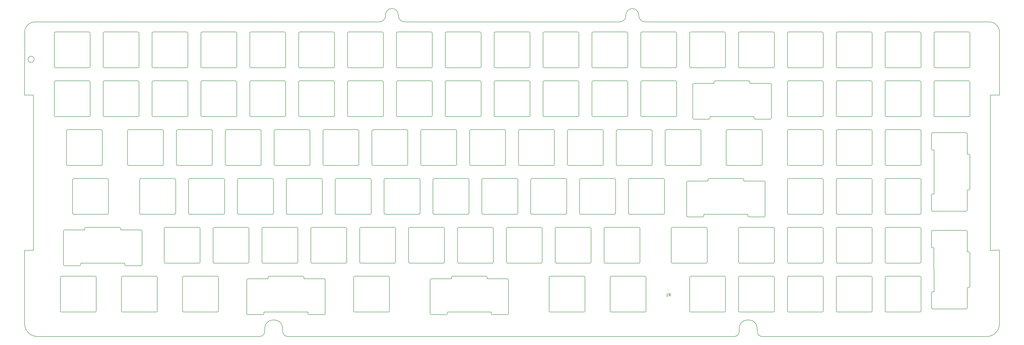
<source format=gbr>
G04 #@! TF.GenerationSoftware,KiCad,Pcbnew,(5.1.6)-1*
G04 #@! TF.CreationDate,2020-08-12T13:21:58-07:00*
G04 #@! TF.ProjectId,Plate,506c6174-652e-46b6-9963-61645f706362,rev?*
G04 #@! TF.SameCoordinates,Original*
G04 #@! TF.FileFunction,Legend,Bot*
G04 #@! TF.FilePolarity,Positive*
%FSLAX46Y46*%
G04 Gerber Fmt 4.6, Leading zero omitted, Abs format (unit mm)*
G04 Created by KiCad (PCBNEW (5.1.6)-1) date 2020-08-12 13:21:58*
%MOMM*%
%LPD*%
G01*
G04 APERTURE LIST*
G04 #@! TA.AperFunction,Profile*
%ADD10C,0.200000*%
G04 #@! TD*
%ADD11C,0.120000*%
%ADD12C,0.150000*%
G04 APERTURE END LIST*
D10*
X264000000Y-63200000D02*
X398100000Y-63200000D01*
X261499999Y-60499999D02*
X261500000Y-60700000D01*
X256500000Y-60750000D02*
X256490223Y-60500010D01*
X170300000Y-63200000D02*
X254000000Y-63250000D01*
X167799999Y-60499999D02*
X167800000Y-60700000D01*
X162800000Y-60750000D02*
X162790259Y-60499847D01*
X26162000Y-63246000D02*
X160300000Y-63250000D01*
X264000000Y-63200000D02*
G75*
G02*
X261500000Y-60700000I0J2500000D01*
G01*
X256500000Y-60750000D02*
G75*
G02*
X254000000Y-63250000I-2500000J0D01*
G01*
X170300000Y-63200000D02*
G75*
G02*
X167800000Y-60700000I0J2500000D01*
G01*
X162800000Y-60750000D02*
G75*
G02*
X160300000Y-63250000I-2500000J0D01*
G01*
X256490223Y-60500010D02*
G75*
G02*
X261499999Y-60499999I2504888J2189D01*
G01*
X162790259Y-60499847D02*
G75*
G02*
X167799999Y-60499999I2504870J2026D01*
G01*
X402095110Y-91751363D02*
X402100000Y-67200000D01*
X398100000Y-63200000D02*
G75*
G02*
X402100000Y-67200000I0J-4000000D01*
G01*
X22162000Y-67246000D02*
X22145123Y-91753523D01*
X22162000Y-67246000D02*
G75*
G02*
X26162000Y-63246000I4000000J0D01*
G01*
X351970123Y-119222812D02*
X338970117Y-119222760D01*
X66220123Y-81122812D02*
X53220077Y-81122830D01*
X148470077Y-81122830D02*
X161470123Y-81122812D01*
X167520123Y-67122812D02*
X180520142Y-67122803D01*
X47670123Y-86672812D02*
X47670117Y-99672846D01*
X114345123Y-105722812D02*
X114345117Y-118722822D01*
X272295129Y-119222772D02*
X285295123Y-119222812D01*
X119895104Y-119222809D02*
X132895123Y-119222812D01*
X296107629Y-119222772D02*
X309107623Y-119222812D01*
X338970128Y-138272809D02*
X351970123Y-138272812D01*
X358020117Y-138272858D02*
X371020123Y-138272812D01*
X371520102Y-137772843D02*
G75*
G02*
X371020123Y-138272812I-499974J5D01*
G01*
X115713911Y-182897788D02*
G75*
G02*
X122713873Y-182897812I3499981J-12D01*
G01*
X115713869Y-182897810D02*
X115713869Y-183897812D01*
X122713876Y-182897810D02*
X122713876Y-183897812D01*
X115713874Y-183897821D02*
G75*
G02*
X113713873Y-185897812I-1999996J5D01*
G01*
X124713871Y-185897818D02*
G75*
G02*
X122713873Y-183897812I4J2000002D01*
G01*
X300670111Y-183897840D02*
G75*
G02*
X298670123Y-185897812I-1999980J8D01*
G01*
X300670115Y-182897810D02*
X300670115Y-183897812D01*
X300670135Y-182897788D02*
G75*
G02*
X307670123Y-182897812I3499994J-12D01*
G01*
X309670108Y-185897837D02*
G75*
G02*
X307670123Y-183897812I20J2000005D01*
G01*
X307670114Y-182897810D02*
X307670114Y-183897812D01*
X402095115Y-180897786D02*
G75*
G02*
X397095123Y-185897812I-5000009J-17D01*
G01*
X27145137Y-185897808D02*
G75*
G02*
X22145123Y-180897812I-9J5000005D01*
G01*
X124713871Y-185897818D02*
X298670123Y-185897812D01*
X397095123Y-185897812D02*
X309670108Y-185897837D01*
X27145137Y-185897808D02*
X113713873Y-185897812D01*
X352470114Y-137772795D02*
G75*
G02*
X351970123Y-138272812I-500004J-13D01*
G01*
X285795175Y-118721946D02*
G75*
G02*
X285295123Y-119222812I-500022J-843D01*
G01*
X163851380Y-162372821D02*
G75*
G02*
X164351373Y-162872812I1J-499992D01*
G01*
X108700876Y-163872812D02*
X108700876Y-176872809D01*
X150351373Y-162872810D02*
X150351373Y-175872814D01*
X150351364Y-162872805D02*
G75*
G02*
X150851373Y-162372812I500001J-8D01*
G01*
X115450882Y-176872825D02*
G75*
G02*
X114950873Y-177372812I-499998J11D01*
G01*
X133076873Y-177372786D02*
G75*
G02*
X132576873Y-176872812I-13J499987D01*
G01*
X139326875Y-176872809D02*
X139326875Y-163872812D01*
X117513870Y-176372815D02*
X130513874Y-176372815D01*
X109200870Y-177372810D02*
X114950870Y-177372810D01*
X138826875Y-163372816D02*
G75*
G02*
X139326873Y-163872812I1J-499997D01*
G01*
X164351371Y-175872814D02*
X164351371Y-162872810D01*
X109200866Y-177372809D02*
G75*
G02*
X108700873Y-176872812I2J499995D01*
G01*
X114950870Y-163372811D02*
X109200870Y-163372811D01*
X108700882Y-163872793D02*
G75*
G02*
X109200873Y-163372812I499986J-5D01*
G01*
X133076874Y-177372810D02*
X138826874Y-177372810D01*
X163851378Y-162372809D02*
X150851374Y-162372809D01*
X138826874Y-163372811D02*
X133076874Y-163372811D01*
X139326889Y-176872802D02*
G75*
G02*
X138826873Y-177372812I-500013J3D01*
G01*
X164351394Y-175872807D02*
G75*
G02*
X163851373Y-176372812I-500013J8D01*
G01*
X130513886Y-162372827D02*
G75*
G02*
X131013873Y-162872812I1J-499986D01*
G01*
X130513874Y-162372809D02*
X117513870Y-162372809D01*
X117013870Y-162872811D02*
G75*
G02*
X117513873Y-162372812I500001J-2D01*
G01*
X84176360Y-176372803D02*
G75*
G02*
X83676373Y-175872812I2J499989D01*
G01*
X59076374Y-143322814D02*
X46076373Y-143322814D01*
X45576366Y-143822801D02*
G75*
G02*
X46076373Y-143322812I499998J-9D01*
G01*
X77032623Y-157322813D02*
X90032623Y-157322813D01*
X61639373Y-158322815D02*
X67389374Y-158322815D01*
X95582614Y-143822799D02*
G75*
G02*
X96082623Y-143322812I499998J-11D01*
G01*
X61639353Y-158322820D02*
G75*
G02*
X61139373Y-157822812I14J499994D01*
G01*
X67389385Y-144322820D02*
G75*
G02*
X67889373Y-144822812I-2J-499990D01*
G01*
X357520163Y-124772812D02*
G75*
G02*
X358020123Y-124272812I499980J20D01*
G01*
X37263370Y-144822805D02*
G75*
G02*
X37763373Y-144322812I499998J-5D01*
G01*
X59076382Y-143322817D02*
G75*
G02*
X59576373Y-143822812I-2J-499993D01*
G01*
X37763373Y-158322815D02*
X43513373Y-158322815D01*
X95582624Y-143822815D02*
X95582624Y-156822812D01*
X371520129Y-137772810D02*
X371520129Y-124772813D01*
X351970134Y-124272812D02*
X338970122Y-124272812D01*
X90532624Y-156822812D02*
X90532624Y-143822815D01*
X338470129Y-124772813D02*
X338470129Y-137772810D01*
X76532619Y-143822804D02*
G75*
G02*
X77032623Y-143322812I499998J-6D01*
G01*
X67889369Y-157822836D02*
G75*
G02*
X67389373Y-158322812I-499986J10D01*
G01*
X37263373Y-144822810D02*
X37263373Y-157822814D01*
X43513373Y-144322809D02*
X37763373Y-144322809D01*
X76532622Y-143822815D02*
X76532622Y-156822812D01*
X358020117Y-138272858D02*
G75*
G02*
X357520123Y-137772812I26J500020D01*
G01*
X90032635Y-143322820D02*
G75*
G02*
X90532623Y-143822812I-2J-499990D01*
G01*
X371020148Y-124272797D02*
G75*
G02*
X371520123Y-124772812I-20J-499995D01*
G01*
X338970128Y-138272809D02*
G75*
G02*
X338470123Y-137772812I-4J500001D01*
G01*
X67389374Y-144322809D02*
X61639373Y-144322809D01*
X319920141Y-138272822D02*
G75*
G02*
X319420123Y-137772812I-4J500014D01*
G01*
X90532619Y-156822836D02*
G75*
G02*
X90032623Y-157322812I-499986J10D01*
G01*
X67889375Y-157822814D02*
X67889375Y-144822810D01*
X37763354Y-158322821D02*
G75*
G02*
X37263373Y-157822812I14J499995D01*
G01*
X352470127Y-137772810D02*
X352470127Y-124772813D01*
X357520131Y-124772813D02*
X357520131Y-137772810D01*
X77032603Y-157322820D02*
G75*
G02*
X76532623Y-156822812I14J499994D01*
G01*
X338470114Y-124772823D02*
G75*
G02*
X338970123Y-124272812I500010J1D01*
G01*
X351970100Y-124272809D02*
G75*
G02*
X352470123Y-124772812I10J-500013D01*
G01*
X319920120Y-138272811D02*
X332920132Y-138272811D01*
X371020136Y-124272812D02*
X358020124Y-124272812D01*
X333420126Y-137772807D02*
G75*
G02*
X332920123Y-138272812I-500004J-1D01*
G01*
X109082622Y-143322814D02*
X96082625Y-143322814D01*
X90032623Y-143322814D02*
X77032623Y-143322814D01*
X44013370Y-157822837D02*
G75*
G02*
X43513373Y-158322812I-499986J11D01*
G01*
X46076373Y-157322813D02*
X59076374Y-157322813D01*
X252745127Y-105722738D02*
G75*
G02*
X253245123Y-105222812I499961J-35D01*
G01*
X266245173Y-105222784D02*
G75*
G02*
X266745123Y-105722812I-39J-499989D01*
G01*
X247695139Y-118722844D02*
G75*
G02*
X247195123Y-119222812I-499992J24D01*
G01*
X233695139Y-105722750D02*
G75*
G02*
X234195123Y-105222812I499961J-23D01*
G01*
X228645151Y-118722856D02*
G75*
G02*
X228145123Y-119222812I-499992J36D01*
G01*
X209095164Y-105222775D02*
G75*
G02*
X209595123Y-105722812I-39J-499998D01*
G01*
X190545124Y-118722811D02*
X190545124Y-105722811D01*
X253245080Y-119222785D02*
G75*
G02*
X252745123Y-118722812I8J499965D01*
G01*
X247695116Y-118722811D02*
X247695116Y-105722811D01*
X295607614Y-105722787D02*
G75*
G02*
X296107623Y-105222812I499992J-17D01*
G01*
X266245124Y-105222810D02*
X253245128Y-105222810D01*
X247195186Y-105222797D02*
G75*
G02*
X247695123Y-105722812I-39J-499976D01*
G01*
X247195122Y-105222810D02*
X234195126Y-105222810D01*
X309107661Y-105222834D02*
G75*
G02*
X309607623Y-105722812I-8J-499970D01*
G01*
X215145123Y-119222812D02*
X228145120Y-119222812D01*
X295607624Y-105722811D02*
X295607624Y-118722811D01*
X309607675Y-118721946D02*
G75*
G02*
X309107623Y-119222812I-500022J-843D01*
G01*
X252745119Y-105722811D02*
X252745119Y-118722811D01*
X228145198Y-105222809D02*
G75*
G02*
X228645123Y-105722812I-39J-499964D01*
G01*
X209595126Y-118722811D02*
X209595126Y-105722811D01*
X272295129Y-119222772D02*
G75*
G02*
X271795123Y-118722812I-23J499983D01*
G01*
X285295161Y-105222834D02*
G75*
G02*
X285795123Y-105722812I-8J-499970D01*
G01*
X234195092Y-119222797D02*
G75*
G02*
X233695123Y-118722812I8J499977D01*
G01*
X215145104Y-119222809D02*
G75*
G02*
X214645123Y-118722812I8J499989D01*
G01*
X196095121Y-119222812D02*
X209095118Y-119222812D01*
X271795114Y-105722787D02*
G75*
G02*
X272295123Y-105222812I499992J-17D01*
G01*
X214645130Y-105722811D02*
X214645130Y-118722811D01*
X209095118Y-105222810D02*
X196095121Y-105222810D01*
X233695117Y-105722811D02*
X233695117Y-118722811D01*
X285295126Y-105222810D02*
X272295130Y-105222810D01*
X177045113Y-119222818D02*
G75*
G02*
X176545123Y-118722812I8J499998D01*
G01*
X209595117Y-118722822D02*
G75*
G02*
X209095123Y-119222812I-499992J2D01*
G01*
X309607622Y-118722811D02*
X309607622Y-105722811D01*
X266745118Y-118722811D02*
X266745118Y-105722811D01*
X214645151Y-105722762D02*
G75*
G02*
X215145123Y-105222812I499961J-11D01*
G01*
X271795121Y-105722811D02*
X271795121Y-118722811D01*
X196095101Y-119222806D02*
G75*
G02*
X195595123Y-118722812I8J499986D01*
G01*
X228645128Y-118722811D02*
X228645128Y-105722811D01*
X195595148Y-105722759D02*
G75*
G02*
X196095123Y-105222812I499961J-14D01*
G01*
X195595128Y-105722811D02*
X195595128Y-118722811D01*
X177045119Y-119222812D02*
X190045116Y-119222812D01*
X190545129Y-118722834D02*
G75*
G02*
X190045123Y-119222812I-499992J14D01*
G01*
X190045176Y-105222787D02*
G75*
G02*
X190545123Y-105722812I-39J-499986D01*
G01*
X190045116Y-105222810D02*
X177045119Y-105222810D01*
X176545160Y-105722771D02*
G75*
G02*
X177045123Y-105222812I499961J-2D01*
G01*
X176545126Y-105722811D02*
X176545126Y-118722811D01*
X157995110Y-119222815D02*
G75*
G02*
X157495123Y-118722812I8J499995D01*
G01*
X296107629Y-119222772D02*
G75*
G02*
X295607623Y-118722812I-23J499983D01*
G01*
X285795120Y-118722811D02*
X285795120Y-105722811D01*
X157995117Y-119222812D02*
X170995129Y-119222812D01*
X266745126Y-118722831D02*
G75*
G02*
X266245123Y-119222812I-499992J11D01*
G01*
X171495126Y-118722831D02*
G75*
G02*
X170995123Y-119222812I-499992J11D01*
G01*
X228145120Y-105222810D02*
X215145123Y-105222810D01*
X309107629Y-105222810D02*
X296107617Y-105222810D01*
X234195126Y-119222812D02*
X247195122Y-119222812D01*
X253245128Y-119222812D02*
X266245124Y-119222812D01*
X38932603Y-119222808D02*
G75*
G02*
X38432623Y-118722812I8J499988D01*
G01*
X38932623Y-119222812D02*
X51932623Y-119222812D01*
X52432634Y-118722839D02*
G75*
G02*
X51932623Y-119222812I-499992J19D01*
G01*
X138445122Y-105722811D02*
X138445122Y-118722811D01*
X113845164Y-105222775D02*
G75*
G02*
X114345123Y-105722812I-39J-499998D01*
G01*
X113845122Y-105222810D02*
X100845126Y-105222810D01*
X81795124Y-119222812D02*
X94795120Y-119222812D01*
X152445123Y-118722828D02*
G75*
G02*
X151945123Y-119222812I-499992J8D01*
G01*
X170995173Y-105222784D02*
G75*
G02*
X171495123Y-105722812I-39J-499989D01*
G01*
X157495157Y-105722768D02*
G75*
G02*
X157995123Y-105222812I499961J-5D01*
G01*
X151945127Y-105222810D02*
X138945123Y-105222810D01*
X152445120Y-118722811D02*
X152445120Y-105722811D01*
X114345117Y-118722822D02*
G75*
G02*
X113845123Y-119222812I-499992J2D01*
G01*
X151945170Y-105222781D02*
G75*
G02*
X152445123Y-105722812I-39J-499992D01*
G01*
X100345148Y-105722759D02*
G75*
G02*
X100845123Y-105222812I499961J-14D01*
G01*
X100345125Y-105722811D02*
X100345125Y-118722811D01*
X94795176Y-105222787D02*
G75*
G02*
X95295123Y-105722812I-39J-499986D01*
G01*
X62745122Y-119222812D02*
X75745122Y-119222812D01*
X75745181Y-105222792D02*
G75*
G02*
X76245123Y-105722812I-39J-499981D01*
G01*
X133395120Y-118722825D02*
G75*
G02*
X132895123Y-119222812I-499992J5D01*
G01*
X75745122Y-105222810D02*
X62745122Y-105222810D01*
X138945123Y-119222812D02*
X151945127Y-119222812D01*
X170995129Y-105222810D02*
X157995117Y-105222810D01*
X132895124Y-105222810D02*
X119895120Y-105222810D01*
X95295129Y-118722834D02*
G75*
G02*
X94795123Y-119222812I-499992J14D01*
G01*
X62245122Y-105722811D02*
X62245122Y-118722811D01*
X62245150Y-105722761D02*
G75*
G02*
X62745123Y-105222812I499961J-12D01*
G01*
X171495122Y-118722811D02*
X171495122Y-105722811D01*
X157495124Y-105722811D02*
X157495124Y-118722811D01*
X95295121Y-118722811D02*
X95295121Y-105722811D01*
X132895167Y-105222778D02*
G75*
G02*
X133395123Y-105722812I-39J-499995D01*
G01*
X76245134Y-118722839D02*
G75*
G02*
X75745123Y-119222812I-499992J19D01*
G01*
X81295123Y-105722811D02*
X81295123Y-118722811D01*
X138945107Y-119222812D02*
G75*
G02*
X138445123Y-118722812I8J499992D01*
G01*
X100845101Y-119222806D02*
G75*
G02*
X100345123Y-118722812I8J499986D01*
G01*
X119895104Y-119222809D02*
G75*
G02*
X119395123Y-118722812I8J499989D01*
G01*
X81795098Y-119222803D02*
G75*
G02*
X81295123Y-118722812I8J499983D01*
G01*
X94795120Y-105222810D02*
X81795124Y-105222810D01*
X62745103Y-119222808D02*
G75*
G02*
X62245123Y-118722812I8J499988D01*
G01*
X76245123Y-118722811D02*
X76245123Y-105722811D01*
X133395125Y-118722811D02*
X133395125Y-105722811D01*
X119395119Y-105722811D02*
X119395119Y-118722811D01*
X119395151Y-105722762D02*
G75*
G02*
X119895123Y-105222812I499961J-11D01*
G01*
X100845126Y-119222812D02*
X113845122Y-119222812D01*
X138445154Y-105722765D02*
G75*
G02*
X138945123Y-105222812I499961J-8D01*
G01*
X81295145Y-105722756D02*
G75*
G02*
X81795123Y-105222812I499961J-17D01*
G01*
X282532123Y-87672811D02*
X282532123Y-100672811D01*
X338970104Y-100172773D02*
G75*
G02*
X338470123Y-99672812I-10J499971D01*
G01*
X38432623Y-105722811D02*
X38432623Y-118722811D01*
X38432650Y-105722761D02*
G75*
G02*
X38932623Y-105222812I499961J-12D01*
G01*
X288782117Y-87172812D02*
X283032117Y-87172812D01*
X313158122Y-100672811D02*
X313158122Y-87672811D01*
X304345136Y-86172833D02*
G75*
G02*
X304845123Y-86672812I4J-499983D01*
G01*
X262770129Y-100172810D02*
X275770125Y-100172810D01*
X377070080Y-100172809D02*
G75*
G02*
X376570123Y-99672812I20J499977D01*
G01*
X319420127Y-86672811D02*
X319420127Y-99672813D01*
X351970134Y-86172812D02*
X338970122Y-86172812D01*
X376570126Y-86672763D02*
G75*
G02*
X377070123Y-86172812I499974J-23D01*
G01*
X371020136Y-86172812D02*
X358020124Y-86172812D01*
X357520138Y-86672775D02*
G75*
G02*
X358020123Y-86172812I499974J-11D01*
G01*
X282532102Y-87672799D02*
G75*
G02*
X283032123Y-87172812I500004J-17D01*
G01*
X312658185Y-87172822D02*
G75*
G02*
X313158123Y-87672812I-26J-499964D01*
G01*
X352470127Y-99672813D02*
X352470127Y-86672811D01*
X390070138Y-86172812D02*
X377070126Y-86172812D01*
X338470090Y-86672787D02*
G75*
G02*
X338970123Y-86172812I500004J-29D01*
G01*
X338970122Y-100172810D02*
X351970134Y-100172810D01*
X319920116Y-100172785D02*
G75*
G02*
X319420123Y-99672812I-10J499983D01*
G01*
X390070173Y-86172810D02*
G75*
G02*
X390570123Y-86672812I-26J-499976D01*
G01*
X377070126Y-100172810D02*
X390070138Y-100172810D01*
X390570127Y-99672856D02*
G75*
G02*
X390070123Y-100172812I-499980J24D01*
G01*
X371520139Y-99672868D02*
G75*
G02*
X371020123Y-100172812I-499980J36D01*
G01*
X319920120Y-100172810D02*
X332920132Y-100172810D01*
X338470129Y-86672811D02*
X338470129Y-99672813D01*
X333420125Y-99672813D02*
X333420125Y-86672811D01*
X306908093Y-101172822D02*
G75*
G02*
X306408123Y-100672812I20J499990D01*
G01*
X306908128Y-101172812D02*
X312658129Y-101172812D01*
X312658129Y-87172812D02*
X306908128Y-87172812D01*
X332920132Y-86172812D02*
X319920120Y-86172812D01*
X291345117Y-100172810D02*
X304345128Y-100172810D01*
X290845090Y-86672787D02*
G75*
G02*
X291345123Y-86172812I500004J-29D01*
G01*
X358020092Y-100172821D02*
G75*
G02*
X357520123Y-99672812I20J499989D01*
G01*
X376570133Y-86672811D02*
X376570133Y-99672813D01*
X51932623Y-105222810D02*
X38932623Y-105222810D01*
X52432624Y-118722811D02*
X52432624Y-105722811D01*
X51932681Y-105222792D02*
G75*
G02*
X52432623Y-105722812I-39J-499981D01*
G01*
X371520129Y-99672813D02*
X371520129Y-86672811D01*
X390570131Y-99672813D02*
X390570131Y-86672811D01*
X358020124Y-100172810D02*
X371020136Y-100172810D01*
X371020185Y-86172822D02*
G75*
G02*
X371520123Y-86672812I-26J-499964D01*
G01*
X352470150Y-99672819D02*
G75*
G02*
X351970123Y-100172812I-500010J17D01*
G01*
X332920149Y-86172846D02*
G75*
G02*
X333420123Y-86672812I4J-499970D01*
G01*
X319420102Y-86672799D02*
G75*
G02*
X319920123Y-86172812I500004J-17D01*
G01*
X289282162Y-100672831D02*
G75*
G02*
X288782123Y-101172812I-500010J29D01*
G01*
X304345128Y-86172812D02*
X291345117Y-86172812D01*
X262770092Y-100172821D02*
G75*
G02*
X262270123Y-99672812I20J499989D01*
G01*
X276270139Y-99672868D02*
G75*
G02*
X275770123Y-100172812I-499980J36D01*
G01*
X276270119Y-99672813D02*
X276270119Y-86672811D01*
X275770185Y-86172822D02*
G75*
G02*
X276270123Y-86672812I-26J-499964D01*
G01*
X275770125Y-86172812D02*
X262770129Y-86172812D01*
X262270138Y-86672775D02*
G75*
G02*
X262770123Y-86172812I499974J-11D01*
G01*
X262270120Y-86672811D02*
X262270120Y-99672813D01*
X357520131Y-86672811D02*
X357520131Y-99672813D01*
X333420163Y-99672832D02*
G75*
G02*
X332920123Y-100172812I-500010J30D01*
G01*
X243720127Y-100172810D02*
X256720123Y-100172810D01*
X283032117Y-101172812D02*
X288782117Y-101172812D01*
X243720104Y-100172773D02*
G75*
G02*
X243220123Y-99672812I-10J499971D01*
G01*
X257220150Y-99672819D02*
G75*
G02*
X256720123Y-100172812I-500010J17D01*
G01*
X351970136Y-86172833D02*
G75*
G02*
X352470123Y-86672812I4J-499983D01*
G01*
X313158139Y-100672868D02*
G75*
G02*
X312658123Y-101172812I-499980J36D01*
G01*
X283032116Y-101172785D02*
G75*
G02*
X282532123Y-100672812I-10J499983D01*
G01*
X205620122Y-100172810D02*
X218620119Y-100172810D01*
X257220117Y-99672813D02*
X257220117Y-86672811D01*
X186070127Y-86672811D02*
X186070127Y-99672813D01*
X181020108Y-99672837D02*
G75*
G02*
X180520123Y-100172812I-499980J5D01*
G01*
X199570117Y-86172812D02*
X186570120Y-86172812D01*
X238170163Y-99672832D02*
G75*
G02*
X237670123Y-100172812I-500010J30D01*
G01*
X147970135Y-86672772D02*
G75*
G02*
X148470123Y-86172812I499974J-14D01*
G01*
X205120144Y-86672781D02*
G75*
G02*
X205620123Y-86172812I499974J-5D01*
G01*
X167020138Y-86672775D02*
G75*
G02*
X167520123Y-86172812I499974J-11D01*
G01*
X243220118Y-86672811D02*
X243220118Y-99672813D01*
X218620130Y-86172827D02*
G75*
G02*
X219120123Y-86672812I4J-499989D01*
G01*
X205120129Y-86672811D02*
X205120129Y-99672813D01*
X142920117Y-99672846D02*
G75*
G02*
X142420123Y-100172812I-499980J14D01*
G01*
X180520130Y-86172812D02*
X167520118Y-86172812D01*
X219120144Y-99672813D02*
G75*
G02*
X218620123Y-100172812I-500010J11D01*
G01*
X218620119Y-86172812D02*
X205620122Y-86172812D01*
X199570157Y-86172794D02*
G75*
G02*
X200070123Y-86672812I-26J-499992D01*
G01*
X129420101Y-100172830D02*
G75*
G02*
X128920123Y-99672812I20J499998D01*
G01*
X142920126Y-99672813D02*
X142920126Y-86672811D01*
X224670116Y-100172785D02*
G75*
G02*
X224170123Y-99672812I-10J499983D01*
G01*
X186570095Y-100172824D02*
G75*
G02*
X186070123Y-99672812I20J499992D01*
G01*
X129420121Y-100172810D02*
X142420125Y-100172810D01*
X237670149Y-86172846D02*
G75*
G02*
X238170123Y-86672812I4J-499970D01*
G01*
X128920120Y-86672811D02*
X128920120Y-99672813D01*
X110370127Y-100172810D02*
X123370123Y-100172810D01*
X224170116Y-86672811D02*
X224170116Y-99672813D01*
X123870114Y-99672843D02*
G75*
G02*
X123370123Y-100172812I-499980J11D01*
G01*
X161470151Y-86172788D02*
G75*
G02*
X161970123Y-86672812I-26J-499998D01*
G01*
X123370160Y-86172797D02*
G75*
G02*
X123870123Y-86672812I-26J-499989D01*
G01*
X256720136Y-86172833D02*
G75*
G02*
X257220123Y-86672812I4J-499983D01*
G01*
X128920147Y-86672784D02*
G75*
G02*
X129420123Y-86172812I499974J-2D01*
G01*
X205620098Y-100172827D02*
G75*
G02*
X205120123Y-99672812I20J499995D01*
G01*
X167520118Y-100172810D02*
X180520130Y-100172810D01*
X237670121Y-86172812D02*
X224670125Y-86172812D01*
X200070125Y-99672813D02*
X200070125Y-86672811D01*
X161470128Y-86172812D02*
X148470124Y-86172812D01*
X142420163Y-86172800D02*
G75*
G02*
X142920123Y-86672812I-26J-499986D01*
G01*
X200070111Y-99672840D02*
G75*
G02*
X199570123Y-100172812I-499980J8D01*
G01*
X110370098Y-100172827D02*
G75*
G02*
X109870123Y-99672812I20J499995D01*
G01*
X123870124Y-99672813D02*
X123870124Y-86672811D01*
X123370123Y-86172812D02*
X110370127Y-86172812D01*
X238170130Y-99672813D02*
X238170130Y-86672811D01*
X186070141Y-86672778D02*
G75*
G02*
X186570123Y-86172812I499974J-8D01*
G01*
X161970105Y-99672834D02*
G75*
G02*
X161470123Y-100172812I-499980J2D01*
G01*
X142420125Y-86172812D02*
X129420121Y-86172812D01*
X109870144Y-86672781D02*
G75*
G02*
X110370123Y-86172812I499974J-5D01*
G01*
X109870126Y-86672811D02*
X109870126Y-99672813D01*
X91320095Y-100172824D02*
G75*
G02*
X90820123Y-99672812I20J499992D01*
G01*
X91320125Y-100172810D02*
X104320121Y-100172810D01*
X224670125Y-100172810D02*
X237670121Y-100172810D01*
X104820111Y-99672840D02*
G75*
G02*
X104320123Y-100172812I-499980J8D01*
G01*
X104820122Y-99672813D02*
X104820122Y-86672811D01*
X256720123Y-86172812D02*
X243720127Y-86172812D01*
X186570120Y-100172810D02*
X199570117Y-100172810D01*
X180520154Y-86172791D02*
G75*
G02*
X181020123Y-86672812I-26J-499995D01*
G01*
X167020125Y-86672811D02*
X167020125Y-99672813D01*
X148470124Y-100172810D02*
X161470128Y-100172810D01*
X161970121Y-99672813D02*
X161970121Y-86672811D01*
X243220090Y-86672787D02*
G75*
G02*
X243720123Y-86172812I500004J-29D01*
G01*
X167520092Y-100172821D02*
G75*
G02*
X167020123Y-99672812I20J499989D01*
G01*
X224170102Y-86672799D02*
G75*
G02*
X224670123Y-86172812I500004J-17D01*
G01*
X148470089Y-100172818D02*
G75*
G02*
X147970123Y-99672812I20J499986D01*
G01*
X181020123Y-99672813D02*
X181020123Y-86672811D01*
X219120127Y-99672813D02*
X219120127Y-86672811D01*
X85270162Y-86172799D02*
G75*
G02*
X85770123Y-86672812I-26J-499987D01*
G01*
X357520126Y-67622787D02*
G75*
G02*
X358020123Y-67122812I499986J-11D01*
G01*
X52720135Y-86672772D02*
G75*
G02*
X53220123Y-86172812I499974J-14D01*
G01*
X390070161Y-67122822D02*
G75*
G02*
X390570123Y-67622812I-14J-499976D01*
G01*
X71770122Y-86672811D02*
X71770122Y-99672813D01*
X333420125Y-80622811D02*
X333420125Y-67622812D01*
X104320157Y-86172794D02*
G75*
G02*
X104820123Y-86672812I-26J-499992D01*
G01*
X71770131Y-86672768D02*
G75*
G02*
X72270123Y-86172812I499974J-18D01*
G01*
X376570133Y-67622812D02*
X376570133Y-80622811D01*
X352470127Y-80622811D02*
X352470127Y-67622812D01*
X66720120Y-99672849D02*
G75*
G02*
X66220123Y-100172812I-499980J17D01*
G01*
X319920120Y-81122812D02*
X332920132Y-81122812D01*
X34170086Y-100172815D02*
G75*
G02*
X33670123Y-99672812I20J499983D01*
G01*
X390570115Y-80622868D02*
G75*
G02*
X390070123Y-81122812I-499968J24D01*
G01*
X47170163Y-86172800D02*
G75*
G02*
X47670123Y-86672812I-26J-499986D01*
G01*
X377070068Y-81122821D02*
G75*
G02*
X376570123Y-80622812I32J499977D01*
G01*
X351970134Y-67122812D02*
X338970122Y-67122812D01*
X338470078Y-67622799D02*
G75*
G02*
X338970123Y-67122812I500016J-29D01*
G01*
X371520129Y-80622811D02*
X371520129Y-67622812D01*
X72270085Y-100172814D02*
G75*
G02*
X71770123Y-99672812I20J499982D01*
G01*
X319420090Y-67622811D02*
G75*
G02*
X319920123Y-67122812I500016J-17D01*
G01*
X90820124Y-86672811D02*
X90820124Y-99672813D01*
X53220122Y-100172810D02*
X66220125Y-100172810D01*
X358020080Y-81122833D02*
G75*
G02*
X357520123Y-80622812I32J499989D01*
G01*
X332920137Y-67122858D02*
G75*
G02*
X333420123Y-67622812I16J-499970D01*
G01*
X300870056Y-81122809D02*
G75*
G02*
X300370123Y-80622812I32J499965D01*
G01*
X104320121Y-86172812D02*
X91320125Y-86172812D01*
X85770124Y-99672813D02*
X85770124Y-86672811D01*
X90820141Y-86672778D02*
G75*
G02*
X91320123Y-86172812I499974J-8D01*
G01*
X53220089Y-100172818D02*
G75*
G02*
X52720123Y-99672812I20J499986D01*
G01*
X66720122Y-99672813D02*
X66720122Y-86672811D01*
X34170123Y-100172810D02*
X47170122Y-100172810D01*
X371520127Y-80622880D02*
G75*
G02*
X371020123Y-81122812I-499968J36D01*
G01*
X66220166Y-86172803D02*
G75*
G02*
X66720123Y-86672812I-26J-499983D01*
G01*
X33670132Y-86672769D02*
G75*
G02*
X34170123Y-86172812I499974J-17D01*
G01*
X377070126Y-81122812D02*
X390070138Y-81122812D01*
X371020173Y-67122834D02*
G75*
G02*
X371520123Y-67622812I-14J-499964D01*
G01*
X358020124Y-81122812D02*
X371020136Y-81122812D01*
X85270123Y-86172812D02*
X72270123Y-86172812D01*
X390570131Y-80622811D02*
X390570131Y-67622812D01*
X338970092Y-81122785D02*
G75*
G02*
X338470123Y-80622812I2J499971D01*
G01*
X338970122Y-81122812D02*
X351970134Y-81122812D01*
X352470138Y-80622831D02*
G75*
G02*
X351970123Y-81122812I-499998J17D01*
G01*
X351970124Y-67122845D02*
G75*
G02*
X352470123Y-67622812I16J-499983D01*
G01*
X338470129Y-67622812D02*
X338470129Y-80622811D01*
X333420151Y-80622844D02*
G75*
G02*
X332920123Y-81122812I-499998J30D01*
G01*
X319420127Y-67622812D02*
X319420127Y-80622811D01*
X300870118Y-81122812D02*
X313870129Y-81122812D01*
X314370102Y-80622855D02*
G75*
G02*
X313870123Y-81122812I-499968J11D01*
G01*
X314370123Y-80622811D02*
X314370123Y-67622812D01*
X47170122Y-86172812D02*
X34170123Y-86172812D01*
X85770116Y-99672845D02*
G75*
G02*
X85270123Y-100172812I-499980J13D01*
G01*
X313870148Y-67122809D02*
G75*
G02*
X314370123Y-67622812I-14J-499989D01*
G01*
X390070138Y-67122812D02*
X377070126Y-67122812D01*
X72270123Y-100172810D02*
X85270123Y-100172810D01*
X313870129Y-67122812D02*
X300870118Y-67122812D01*
X371020136Y-67122812D02*
X358020124Y-67122812D01*
X319920104Y-81122797D02*
G75*
G02*
X319420123Y-80622812I2J499983D01*
G01*
X332920132Y-67122812D02*
X319920120Y-67122812D01*
X376570114Y-67622775D02*
G75*
G02*
X377070123Y-67122812I499986J-23D01*
G01*
X47670117Y-99672846D02*
G75*
G02*
X47170123Y-100172812I-499980J14D01*
G01*
X357520131Y-67622812D02*
X357520131Y-80622811D01*
X66220125Y-86172812D02*
X53220122Y-86172812D01*
X281820068Y-81122821D02*
G75*
G02*
X281320123Y-80622812I32J499977D01*
G01*
X186570120Y-81122812D02*
X199570117Y-81122812D01*
X276270127Y-80622880D02*
G75*
G02*
X275770123Y-81122812I-499968J36D01*
G01*
X243220078Y-67622799D02*
G75*
G02*
X243720123Y-67122812I500016J-29D01*
G01*
X295320121Y-80622811D02*
X295320121Y-67622812D01*
X224670125Y-81122812D02*
X237670121Y-81122812D01*
X295320115Y-80622868D02*
G75*
G02*
X294820123Y-81122812I-499968J24D01*
G01*
X262270126Y-67622787D02*
G75*
G02*
X262770123Y-67122812I499986J-11D01*
G01*
X167520080Y-81122833D02*
G75*
G02*
X167020123Y-80622812I32J499989D01*
G01*
X186070127Y-67622812D02*
X186070127Y-80622811D01*
X281320114Y-67622775D02*
G75*
G02*
X281820123Y-67122812I499986J-23D01*
G01*
X167520118Y-81122812D02*
X180520130Y-81122812D01*
X276270119Y-80622811D02*
X276270119Y-67622812D01*
X256720124Y-67122845D02*
G75*
G02*
X257220123Y-67622812I16J-499983D01*
G01*
X262270120Y-67622812D02*
X262270120Y-80622811D01*
X257220138Y-80622831D02*
G75*
G02*
X256720123Y-81122812I-499998J17D01*
G01*
X180520142Y-67122803D02*
G75*
G02*
X181020123Y-67622812I-14J-499995D01*
G01*
X167020125Y-67622812D02*
X167020125Y-80622811D01*
X237670121Y-67122812D02*
X224670125Y-67122812D01*
X205620122Y-81122812D02*
X218620119Y-81122812D01*
X294820127Y-67122812D02*
X281820116Y-67122812D01*
X238170151Y-80622844D02*
G75*
G02*
X237670123Y-81122812I-499998J30D01*
G01*
X186570083Y-81122836D02*
G75*
G02*
X186070123Y-80622812I32J499992D01*
G01*
X161970093Y-80622846D02*
G75*
G02*
X161470123Y-81122812I-499968J2D01*
G01*
X200070099Y-80622852D02*
G75*
G02*
X199570123Y-81122812I-499968J8D01*
G01*
X294820161Y-67122822D02*
G75*
G02*
X295320123Y-67622812I-14J-499976D01*
G01*
X300370124Y-67622812D02*
X300370124Y-80622811D01*
X281320122Y-67622812D02*
X281320122Y-80622811D01*
X205120132Y-67622793D02*
G75*
G02*
X205620123Y-67122812I499986J-5D01*
G01*
X275770173Y-67122834D02*
G75*
G02*
X276270123Y-67622812I-14J-499964D01*
G01*
X237670137Y-67122858D02*
G75*
G02*
X238170123Y-67622812I16J-499970D01*
G01*
X218620118Y-67122839D02*
G75*
G02*
X219120123Y-67622812I16J-499989D01*
G01*
X262770080Y-81122833D02*
G75*
G02*
X262270123Y-80622812I32J499989D01*
G01*
X243720127Y-81122812D02*
X256720123Y-81122812D01*
X257220117Y-80622811D02*
X257220117Y-67622812D01*
X224170090Y-67622811D02*
G75*
G02*
X224670123Y-67122812I500016J-17D01*
G01*
X238170130Y-80622811D02*
X238170130Y-67622812D01*
X281820116Y-81122812D02*
X294820127Y-81122812D01*
X256720123Y-67122812D02*
X243720127Y-67122812D01*
X219120127Y-80622811D02*
X219120127Y-67622812D01*
X205120129Y-67622812D02*
X205120129Y-80622811D01*
X200070125Y-80622811D02*
X200070125Y-67622812D01*
X218620119Y-67122812D02*
X205620122Y-67122812D01*
X205620086Y-81122839D02*
G75*
G02*
X205120123Y-80622812I32J499995D01*
G01*
X199570145Y-67122806D02*
G75*
G02*
X200070123Y-67622812I-14J-499992D01*
G01*
X199570117Y-67122812D02*
X186570120Y-67122812D01*
X186070129Y-67622790D02*
G75*
G02*
X186570123Y-67122812I499986J-8D01*
G01*
X181020096Y-80622849D02*
G75*
G02*
X180520123Y-81122812I-499968J5D01*
G01*
X181020123Y-80622811D02*
X181020123Y-67622812D01*
X243720092Y-81122785D02*
G75*
G02*
X243220123Y-80622812I2J499971D01*
G01*
X300370102Y-67622763D02*
G75*
G02*
X300870123Y-67122812I499986J-35D01*
G01*
X167020126Y-67622787D02*
G75*
G02*
X167520123Y-67122812I499986J-11D01*
G01*
X243220118Y-67622812D02*
X243220118Y-80622811D01*
X148470077Y-81122830D02*
G75*
G02*
X147970123Y-80622812I32J499986D01*
G01*
X161970121Y-80622811D02*
X161970121Y-67622812D01*
X224170116Y-67622812D02*
X224170116Y-80622811D01*
X161470139Y-67122800D02*
G75*
G02*
X161970123Y-67622812I-14J-499998D01*
G01*
X161470128Y-67122812D02*
X148470124Y-67122812D01*
X224670104Y-81122797D02*
G75*
G02*
X224170123Y-80622812I2J499983D01*
G01*
X275770125Y-67122812D02*
X262770129Y-67122812D01*
X219120132Y-80622825D02*
G75*
G02*
X218620123Y-81122812I-499998J11D01*
G01*
X262770129Y-81122812D02*
X275770125Y-81122812D01*
X142420151Y-67122812D02*
G75*
G02*
X142920123Y-67622812I-14J-499986D01*
G01*
X128920135Y-67622796D02*
G75*
G02*
X129420123Y-67122812I499986J-2D01*
G01*
X91320125Y-81122812D02*
X104320121Y-81122812D01*
X104820099Y-80622852D02*
G75*
G02*
X104320123Y-81122812I-499968J8D01*
G01*
X90820129Y-67622790D02*
G75*
G02*
X91320123Y-67122812I499986J-8D01*
G01*
X147970123Y-67622812D02*
X147970123Y-80622811D01*
X142920105Y-80622858D02*
G75*
G02*
X142420123Y-81122812I-499968J14D01*
G01*
X104820122Y-80622811D02*
X104820122Y-67622812D01*
X72270123Y-81122812D02*
X85270123Y-81122812D01*
X129420089Y-81122842D02*
G75*
G02*
X128920123Y-80622812I32J499998D01*
G01*
X109870126Y-67622812D02*
X109870126Y-80622811D01*
X129420121Y-81122812D02*
X142420125Y-81122812D01*
X104320145Y-67122806D02*
G75*
G02*
X104820123Y-67622812I-14J-499992D01*
G01*
X71770119Y-67622780D02*
G75*
G02*
X72270123Y-67122812I499986J-18D01*
G01*
X66220125Y-67122812D02*
X53220122Y-67122812D01*
X34170123Y-81122812D02*
X47170122Y-81122812D01*
X128920120Y-67622812D02*
X128920120Y-80622811D01*
X66720108Y-80622861D02*
G75*
G02*
X66220123Y-81122812I-499968J17D01*
G01*
X147970123Y-67622784D02*
G75*
G02*
X148470123Y-67122812I499986J-14D01*
G01*
X123870102Y-80622855D02*
G75*
G02*
X123370123Y-81122812I-499968J11D01*
G01*
X66220154Y-67122815D02*
G75*
G02*
X66720123Y-67622812I-14J-499983D01*
G01*
X90820124Y-67622812D02*
X90820124Y-80622811D01*
X47170151Y-67122812D02*
G75*
G02*
X47670123Y-67622812I-14J-499986D01*
G01*
X66720122Y-80622811D02*
X66720122Y-67622812D01*
X33670123Y-67622812D02*
X33670123Y-80622811D01*
X91320083Y-81122836D02*
G75*
G02*
X90820123Y-80622812I32J499992D01*
G01*
X72270073Y-81122826D02*
G75*
G02*
X71770123Y-80622812I32J499982D01*
G01*
X52720123Y-67622812D02*
X52720123Y-80622811D01*
X47670105Y-80622858D02*
G75*
G02*
X47170123Y-81122812I-499968J14D01*
G01*
X110370127Y-81122812D02*
X123370123Y-81122812D01*
X71770122Y-67622812D02*
X71770122Y-80622811D01*
X85270150Y-67122811D02*
G75*
G02*
X85770123Y-67622812I-14J-499987D01*
G01*
X123370123Y-67122812D02*
X110370127Y-67122812D01*
X104320121Y-67122812D02*
X91320125Y-67122812D01*
X142420125Y-67122812D02*
X129420121Y-67122812D01*
X85770104Y-80622857D02*
G75*
G02*
X85270123Y-81122812I-499968J13D01*
G01*
X85270123Y-67122812D02*
X72270123Y-67122812D01*
X53220077Y-81122830D02*
G75*
G02*
X52720123Y-80622812I32J499986D01*
G01*
X52720123Y-67622784D02*
G75*
G02*
X53220123Y-67122812I499986J-14D01*
G01*
X110370086Y-81122839D02*
G75*
G02*
X109870123Y-80622812I32J499995D01*
G01*
X123370148Y-67122809D02*
G75*
G02*
X123870123Y-67622812I-14J-499989D01*
G01*
X123870124Y-80622811D02*
X123870124Y-67622812D01*
X109870132Y-67622793D02*
G75*
G02*
X110370123Y-67122812I499986J-5D01*
G01*
X34170074Y-81122827D02*
G75*
G02*
X33670123Y-80622812I32J499983D01*
G01*
X142920126Y-80622811D02*
X142920126Y-67622812D01*
X33670120Y-67622781D02*
G75*
G02*
X34170123Y-67122812I499986J-17D01*
G01*
X47170122Y-67122812D02*
X34170123Y-67122812D01*
X85770124Y-80622811D02*
X85770124Y-67622812D01*
X47670123Y-80622811D02*
X47670123Y-67622812D01*
X271007636Y-124272785D02*
G75*
G02*
X271507623Y-124772812I-20J-500007D01*
G01*
X271007625Y-124272812D02*
X258007628Y-124272812D01*
X286900840Y-138772831D02*
G75*
G02*
X286400873Y-139272812I-499974J-7D01*
G01*
X219907624Y-138272811D02*
X232907621Y-138272811D01*
X280650854Y-139272845D02*
G75*
G02*
X280150873Y-138772812I26J500007D01*
G01*
X258007628Y-138272811D02*
X271007625Y-138272811D01*
X219407614Y-124772823D02*
G75*
G02*
X219907623Y-124272812I500010J1D01*
G01*
X238957626Y-138272811D02*
X251957623Y-138272811D01*
X310776887Y-138772812D02*
X310776887Y-125772812D01*
X232907600Y-124272809D02*
G75*
G02*
X233407623Y-124772812I10J-500013D01*
G01*
X238457618Y-124772813D02*
X238457618Y-137772810D01*
X214357627Y-137772810D02*
X214357627Y-124772813D01*
X200357627Y-124772836D02*
G75*
G02*
X200857623Y-124272812I500010J14D01*
G01*
X310776877Y-138772808D02*
G75*
G02*
X310276873Y-139272812I-500004J0D01*
G01*
X181807638Y-138272819D02*
G75*
G02*
X181307623Y-137772812I-4J500011D01*
G01*
X252457616Y-137772810D02*
X252457616Y-124772813D01*
X319420127Y-124772813D02*
X319420127Y-137772810D01*
X271507590Y-137772831D02*
G75*
G02*
X271007623Y-138272812I-499974J-7D01*
G01*
X251957648Y-124272797D02*
G75*
G02*
X252457623Y-124772812I-20J-499995D01*
G01*
X271507618Y-137772810D02*
X271507618Y-124772813D01*
X333420125Y-137772810D02*
X333420125Y-124772813D01*
X214357626Y-137772807D02*
G75*
G02*
X213857623Y-138272812I-500004J-1D01*
G01*
X200857622Y-138272811D02*
X213857618Y-138272811D01*
X181807620Y-138272811D02*
X194807616Y-138272811D01*
X195307625Y-137772810D02*
X195307625Y-124772813D01*
X233407614Y-137772795D02*
G75*
G02*
X232907623Y-138272812I-500004J-13D01*
G01*
X194807609Y-124272818D02*
G75*
G02*
X195307623Y-124772812I10J-500004D01*
G01*
X288463888Y-124772787D02*
G75*
G02*
X288963873Y-124272812I499980J-5D01*
G01*
X219407630Y-124772813D02*
X219407630Y-137772810D01*
X252457602Y-137772843D02*
G75*
G02*
X251957623Y-138272812I-499974J5D01*
G01*
X238957617Y-138272858D02*
G75*
G02*
X238457623Y-137772812I26J500020D01*
G01*
X200857641Y-138272822D02*
G75*
G02*
X200357623Y-137772812I-4J500014D01*
G01*
X280150900Y-125772799D02*
G75*
G02*
X280650873Y-125272812I499980J7D01*
G01*
X319420127Y-124772836D02*
G75*
G02*
X319920123Y-124272812I500010J14D01*
G01*
X258007605Y-138272846D02*
G75*
G02*
X257507623Y-137772812I26J500008D01*
G01*
X257507651Y-124772800D02*
G75*
G02*
X258007623Y-124272812I499980J8D01*
G01*
X251957623Y-124272812D02*
X238957626Y-124272812D01*
X332920132Y-124272812D02*
X319920120Y-124272812D01*
X213857618Y-124272812D02*
X200857622Y-124272812D01*
X200357628Y-124772813D02*
X200357628Y-137772810D01*
X195307623Y-137772804D02*
G75*
G02*
X194807623Y-138272812I-500004J-4D01*
G01*
X280650866Y-139272813D02*
X286400882Y-139272813D01*
X301963874Y-124272773D02*
G75*
G02*
X302463873Y-124772812I-20J-500019D01*
G01*
X257507620Y-124772813D02*
X257507620Y-137772810D01*
X232907621Y-124272812D02*
X219907624Y-124272812D01*
X219907628Y-138272809D02*
G75*
G02*
X219407623Y-137772812I-4J500001D01*
G01*
X194807616Y-124272812D02*
X181807620Y-124272812D01*
X181307624Y-124772833D02*
G75*
G02*
X181807623Y-124272812I500010J11D01*
G01*
X181307626Y-124772813D02*
X181307626Y-137772810D01*
X162757635Y-138272816D02*
G75*
G02*
X162257623Y-137772812I-4J500008D01*
G01*
X162757618Y-138272811D02*
X175757629Y-138272811D01*
X176257620Y-137772801D02*
G75*
G02*
X175757623Y-138272812I-500004J-7D01*
G01*
X304526863Y-139272813D02*
X310276863Y-139272813D01*
X332920112Y-124272821D02*
G75*
G02*
X333420123Y-124772812I10J-500001D01*
G01*
X213857612Y-124272821D02*
G75*
G02*
X214357623Y-124772812I10J-500001D01*
G01*
X310276863Y-125272822D02*
G75*
G02*
X310776873Y-125772812I10J-500000D01*
G01*
X288963882Y-138272811D02*
X301963863Y-138272811D01*
X301963863Y-124272812D02*
X288963882Y-124272812D01*
X286400882Y-125272811D02*
X280650866Y-125272811D01*
X310276863Y-125272811D02*
X304526863Y-125272811D01*
X238457663Y-124772812D02*
G75*
G02*
X238957623Y-124272812I499980J20D01*
G01*
X233407629Y-137772810D02*
X233407629Y-124772813D01*
X304526891Y-139272822D02*
G75*
G02*
X304026873Y-138772812I-4J500014D01*
G01*
X280150873Y-125772812D02*
X280150873Y-138772812D01*
X156707603Y-124272812D02*
G75*
G02*
X157207623Y-124772812I10J-500010D01*
G01*
X105607641Y-138272822D02*
G75*
G02*
X105107623Y-137772812I-4J500014D01*
G01*
X119107626Y-137772807D02*
G75*
G02*
X118607623Y-138272812I-500004J-1D01*
G01*
X175757606Y-124272815D02*
G75*
G02*
X176257623Y-124772812I10J-500007D01*
G01*
X143207622Y-124772813D02*
X143207622Y-137772810D01*
X119107624Y-137772810D02*
X119107624Y-124772813D01*
X175757629Y-124272812D02*
X162757618Y-124272812D01*
X143707631Y-138272812D02*
G75*
G02*
X143207623Y-137772812I-4J500004D01*
G01*
X157207617Y-137772798D02*
G75*
G02*
X156707623Y-138272812I-500004J-10D01*
G01*
X138157626Y-137772810D02*
X138157626Y-124772813D01*
X124157620Y-124772813D02*
X124157620Y-137772810D01*
X124657628Y-138272809D02*
G75*
G02*
X124157623Y-137772812I-4J500001D01*
G01*
X118607612Y-124272821D02*
G75*
G02*
X119107623Y-124772812I10J-500001D01*
G01*
X118607623Y-124272812D02*
X105607626Y-124272812D01*
X105107627Y-124772836D02*
G75*
G02*
X105607623Y-124272812I500010J14D01*
G01*
X162257624Y-124772813D02*
X162257624Y-137772810D01*
X143707623Y-138272811D02*
X156707627Y-138272811D01*
X157207621Y-137772810D02*
X157207621Y-124772813D01*
X124657621Y-138272811D02*
X137657625Y-138272811D01*
X138157614Y-137772795D02*
G75*
G02*
X137657623Y-138272812I-500004J-13D01*
G01*
X137657600Y-124272809D02*
G75*
G02*
X138157623Y-124772812I10J-500013D01*
G01*
X124157614Y-124772823D02*
G75*
G02*
X124657623Y-124272812I500010J1D01*
G01*
X162257621Y-124772830D02*
G75*
G02*
X162757623Y-124272812I500010J8D01*
G01*
X105607626Y-138272811D02*
X118607623Y-138272811D01*
X156707627Y-124272812D02*
X143707623Y-124272812D01*
X137657625Y-124272812D02*
X124657621Y-124272812D01*
X176257623Y-137772810D02*
X176257623Y-124772813D01*
X143207617Y-124772826D02*
G75*
G02*
X143707623Y-124272812I500010J4D01*
G01*
X84176374Y-176372815D02*
X97176370Y-176372815D01*
X59863876Y-162872787D02*
G75*
G02*
X60363873Y-162372812I499986J-11D01*
G01*
X49551392Y-162372803D02*
G75*
G02*
X50051373Y-162872812I-14J-499995D01*
G01*
X97176392Y-162372803D02*
G75*
G02*
X97676373Y-162872812I-14J-499995D01*
G01*
X49551373Y-162372809D02*
X36551373Y-162372809D01*
X50051374Y-175872814D02*
X50051374Y-162872810D01*
X36051376Y-162872787D02*
G75*
G02*
X36551373Y-162372812I499986J-11D01*
G01*
X375570112Y-145034777D02*
G75*
G02*
X376070123Y-144534812I499988J-23D01*
G01*
X60363873Y-176372815D02*
X73363872Y-176372815D01*
X97176370Y-162372809D02*
X84176374Y-162372809D01*
X73363872Y-162372809D02*
X60363873Y-162372809D01*
X375570116Y-145034809D02*
X375570116Y-150784809D01*
X60363860Y-176372803D02*
G75*
G02*
X59863873Y-175872812I2J499989D01*
G01*
X73863876Y-175872819D02*
G75*
G02*
X73363873Y-176372812I-499998J5D01*
G01*
X83676376Y-162872787D02*
G75*
G02*
X84176373Y-162372812I499986J-11D01*
G01*
X36551360Y-176372803D02*
G75*
G02*
X36051373Y-175872812I2J499989D01*
G01*
X59863874Y-162872810D02*
X59863874Y-175872814D01*
X73363892Y-162372803D02*
G75*
G02*
X73863873Y-162872812I-14J-499995D01*
G01*
X36551373Y-176372815D02*
X49551373Y-176372815D01*
X50051376Y-175872819D02*
G75*
G02*
X49551373Y-176372812I-499998J5D01*
G01*
X97676376Y-175872819D02*
G75*
G02*
X97176373Y-176372812I-499998J5D01*
G01*
X73863873Y-175872814D02*
X73863873Y-162872810D01*
X97676371Y-175872814D02*
X97676371Y-162872810D01*
X371020136Y-105222810D02*
X358020124Y-105222810D01*
X357520151Y-105722762D02*
G75*
G02*
X358020123Y-105222812I499961J-11D01*
G01*
X80507614Y-124272823D02*
G75*
G02*
X81007623Y-124772812I10J-499999D01*
G01*
X81007628Y-137772809D02*
G75*
G02*
X80507623Y-138272812I-500004J1D01*
G01*
X99557621Y-124272812D02*
X86557624Y-124272812D01*
X86057616Y-124772825D02*
G75*
G02*
X86557623Y-124272812I500010J3D01*
G01*
X67007613Y-124772822D02*
G75*
G02*
X67507623Y-124272812I500010J0D01*
G01*
X99557609Y-124272818D02*
G75*
G02*
X100057623Y-124772812I10J-500004D01*
G01*
X67507622Y-138272811D02*
X80507622Y-138272811D01*
X54313858Y-124272817D02*
G75*
G02*
X54813873Y-124772812I10J-500005D01*
G01*
X40813872Y-124772831D02*
G75*
G02*
X41313873Y-124272812I500010J9D01*
G01*
X40813873Y-124772813D02*
X40813873Y-137772810D01*
X375570164Y-106934787D02*
G75*
G02*
X376070123Y-106434812I499967J8D01*
G01*
X375570116Y-106934812D02*
X375570116Y-112684812D01*
X389570114Y-112684812D02*
X389570114Y-106934812D01*
X67007625Y-124772813D02*
X67007625Y-137772810D01*
X105107625Y-124772813D02*
X105107625Y-137772810D01*
X389070149Y-106434772D02*
G75*
G02*
X389570123Y-106934812I-33J-500007D01*
G01*
X375570126Y-130810763D02*
G75*
G02*
X376070123Y-130310812I499974J-23D01*
G01*
X389570114Y-136560809D02*
X389570114Y-130810808D01*
X390570131Y-128247809D02*
X390570131Y-115247812D01*
X54313873Y-124272812D02*
X41313873Y-124272812D01*
X80507622Y-124272812D02*
X67507622Y-124272812D01*
X389070121Y-106434811D02*
X376070109Y-106434811D01*
X100057623Y-137772804D02*
G75*
G02*
X99557623Y-138272812I-500004J-4D01*
G01*
X390070161Y-114747822D02*
G75*
G02*
X390570123Y-115247812I-14J-499976D01*
G01*
X358020104Y-119222809D02*
G75*
G02*
X357520123Y-118722812I8J499989D01*
G01*
X86557630Y-138272811D02*
G75*
G02*
X86057623Y-137772812I-4J500003D01*
G01*
X67507627Y-138272808D02*
G75*
G02*
X67007623Y-137772812I-4J500000D01*
G01*
X86557624Y-138272811D02*
X99557621Y-138272811D01*
X86057623Y-124772813D02*
X86057623Y-137772810D01*
X81007623Y-137772810D02*
X81007623Y-124772813D01*
X54813872Y-137772803D02*
G75*
G02*
X54313873Y-138272812I-500004J-5D01*
G01*
X100057622Y-137772810D02*
X100057622Y-124772813D01*
X376070117Y-113184834D02*
G75*
G02*
X375570123Y-112684812I14J500008D01*
G01*
X375570116Y-130810808D02*
X375570116Y-136560809D01*
X376070109Y-137060810D02*
X389070121Y-137060810D01*
X41313873Y-138272811D02*
X54313873Y-138272811D01*
X41313886Y-138272817D02*
G75*
G02*
X40813873Y-137772812I-4J500009D01*
G01*
X54813872Y-137772810D02*
X54813872Y-124772813D01*
X389570126Y-136560857D02*
G75*
G02*
X389070123Y-137060812I-499979J24D01*
G01*
X376570133Y-115247812D02*
X376570133Y-128247809D01*
X390570115Y-128247868D02*
G75*
G02*
X390070123Y-128747812I-499968J24D01*
G01*
X358020124Y-119222812D02*
X371020136Y-119222812D01*
X371520151Y-118722856D02*
G75*
G02*
X371020123Y-119222812I-499992J36D01*
G01*
X376070079Y-137060810D02*
G75*
G02*
X375570123Y-136560812I21J499977D01*
G01*
X371520129Y-118722811D02*
X371520129Y-105722811D01*
X371020198Y-105222809D02*
G75*
G02*
X371520123Y-105722812I-39J-499964D01*
G01*
X319920129Y-119222772D02*
G75*
G02*
X319420123Y-118722812I-23J499983D01*
G01*
X351970148Y-105222821D02*
G75*
G02*
X352470123Y-105722812I-8J-499983D01*
G01*
X357520131Y-105722811D02*
X357520131Y-118722811D01*
X338470102Y-105722775D02*
G75*
G02*
X338970123Y-105222812I499992J-29D01*
G01*
X319920120Y-119222812D02*
X332920132Y-119222812D01*
X333420125Y-118722811D02*
X333420125Y-105722811D01*
X332920132Y-105222810D02*
X319920120Y-105222810D01*
X319420114Y-105722787D02*
G75*
G02*
X319920123Y-105222812I499992J-17D01*
G01*
X332920161Y-105222834D02*
G75*
G02*
X333420123Y-105722812I-8J-499970D01*
G01*
X351970134Y-105222810D02*
X338970122Y-105222810D01*
X338470129Y-105722811D02*
X338470129Y-118722811D01*
X333420175Y-118721946D02*
G75*
G02*
X332920123Y-119222812I-500022J-843D01*
G01*
X352470127Y-118722811D02*
X352470127Y-105722811D01*
X352470163Y-118722806D02*
G75*
G02*
X351970123Y-119222812I-500023J17D01*
G01*
X338970117Y-119222760D02*
G75*
G02*
X338470123Y-118722812I-23J499971D01*
G01*
X319420127Y-105722811D02*
X319420127Y-118722811D01*
X389570114Y-174660813D02*
X389570114Y-168910813D01*
X376070109Y-175160814D02*
X389070121Y-175160814D01*
X338970122Y-157322813D02*
X351970134Y-157322813D01*
X389070159Y-144534824D02*
G75*
G02*
X389570123Y-145034812I-12J-499976D01*
G01*
X389070121Y-144534815D02*
X376070109Y-144534815D01*
X390570131Y-166347813D02*
X390570131Y-153347809D01*
X389570114Y-150784809D02*
X389570114Y-145034809D01*
X358020098Y-157322815D02*
G75*
G02*
X357520123Y-156822812I14J499989D01*
G01*
X371020161Y-143322846D02*
G75*
G02*
X371520123Y-143822812I-2J-499964D01*
G01*
X376070089Y-175160800D02*
G75*
G02*
X375570123Y-174660812I11J499977D01*
G01*
X371020136Y-143322814D02*
X358020124Y-143322814D01*
X357520114Y-143822799D02*
G75*
G02*
X358020123Y-143322812I499998J-11D01*
G01*
X357520131Y-143822815D02*
X357520131Y-156822812D01*
X352470127Y-156822812D02*
X352470127Y-143822815D01*
X351970097Y-143322812D02*
G75*
G02*
X352470123Y-143822812I13J-500013D01*
G01*
X371520129Y-156822812D02*
X371520129Y-143822815D01*
X390070155Y-152847828D02*
G75*
G02*
X390570123Y-153347812I-8J-499976D01*
G01*
X338470129Y-143822815D02*
X338470129Y-156822812D01*
X332920109Y-143322824D02*
G75*
G02*
X333420123Y-143822812I13J-500001D01*
G01*
X319420124Y-143822839D02*
G75*
G02*
X319920123Y-143322812I500013J14D01*
G01*
X319420127Y-143822815D02*
X319420127Y-156822812D01*
X332920132Y-143322814D02*
X319920120Y-143322814D01*
X390570139Y-166347844D02*
G75*
G02*
X390070123Y-166847812I-499992J24D01*
G01*
X358020124Y-157322813D02*
X371020136Y-157322813D01*
X300870074Y-157322791D02*
G75*
G02*
X300370123Y-156822812I14J499965D01*
G01*
X300870118Y-157322813D02*
X313870129Y-157322813D01*
X338470111Y-143822826D02*
G75*
G02*
X338970123Y-143322812I500013J1D01*
G01*
X375570116Y-168910813D02*
X375570116Y-174660813D01*
X375570105Y-168910784D02*
G75*
G02*
X376070123Y-168410812I499995J-23D01*
G01*
X389570136Y-174660847D02*
G75*
G02*
X389070123Y-175160812I-499989J24D01*
G01*
X371520145Y-156822862D02*
G75*
G02*
X371020123Y-157322812I-499986J36D01*
G01*
X352470111Y-156822798D02*
G75*
G02*
X351970123Y-157322812I-500001J-13D01*
G01*
X333420123Y-156822810D02*
G75*
G02*
X332920123Y-157322812I-500001J-1D01*
G01*
X376070096Y-151284793D02*
G75*
G02*
X375570123Y-150784812I4J499977D01*
G01*
X314370120Y-156822837D02*
G75*
G02*
X313870123Y-157322812I-499986J11D01*
G01*
X351970134Y-143322814D02*
X338970122Y-143322814D01*
X319920120Y-157322813D02*
X332920132Y-157322813D01*
X319920138Y-157322825D02*
G75*
G02*
X319420123Y-156822812I-1J500014D01*
G01*
X333420125Y-156822812D02*
X333420125Y-143822815D01*
X338970125Y-157322812D02*
G75*
G02*
X338470123Y-156822812I-1J500001D01*
G01*
X314370123Y-156822812D02*
X314370123Y-143822815D01*
X313870136Y-143322821D02*
G75*
G02*
X314370123Y-143822812I-2J-499989D01*
G01*
X313870129Y-143322814D02*
X300870118Y-143322814D01*
X300370090Y-143822775D02*
G75*
G02*
X300870123Y-143322812I499998J-35D01*
G01*
X300370124Y-143822815D02*
X300370124Y-156822812D01*
X223882633Y-156822850D02*
G75*
G02*
X223382623Y-157322812I-499986J24D01*
G01*
X229432574Y-157322791D02*
G75*
G02*
X228932623Y-156822812I14J499965D01*
G01*
X247982619Y-143822815D02*
X247982619Y-156822812D01*
X223882628Y-156822812D02*
X223882628Y-143822815D01*
X223382649Y-143322834D02*
G75*
G02*
X223882623Y-143822812I-2J-499976D01*
G01*
X274176372Y-143822815D02*
X274176372Y-156822812D01*
X229432625Y-157322813D02*
X242432622Y-157322813D01*
X228932617Y-143822815D02*
X228932617Y-156822812D01*
X228932590Y-143822775D02*
G75*
G02*
X229432623Y-143322812I499998J-35D01*
G01*
X223382619Y-143322814D02*
X210382623Y-143322814D01*
X209882602Y-143822817D02*
G75*
G02*
X210382623Y-143322812I500013J-8D01*
G01*
X242432622Y-143322814D02*
X229432625Y-143322814D01*
X242932620Y-156822837D02*
G75*
G02*
X242432623Y-157322812I-499986J11D01*
G01*
X242932630Y-156822812D02*
X242932630Y-143822815D01*
X274676348Y-157322815D02*
G75*
G02*
X274176373Y-156822812I14J499989D01*
G01*
X288176385Y-156822812D02*
X288176385Y-143822815D01*
X248482638Y-157322825D02*
G75*
G02*
X247982623Y-156822812I-1J500014D01*
G01*
X287676362Y-143322814D02*
X274676380Y-143322814D01*
X261482609Y-143322824D02*
G75*
G02*
X261982623Y-143822812I13J-500001D01*
G01*
X261982623Y-156822810D02*
G75*
G02*
X261482623Y-157322812I-500001J-1D01*
G01*
X261482624Y-143322814D02*
X248482627Y-143322814D01*
X247982624Y-143822839D02*
G75*
G02*
X248482623Y-143322812I500013J14D01*
G01*
X261982617Y-156822812D02*
X261982617Y-143822815D01*
X287676411Y-143322846D02*
G75*
G02*
X288176373Y-143822812I-2J-499964D01*
G01*
X274176364Y-143822799D02*
G75*
G02*
X274676373Y-143322812I499998J-11D01*
G01*
X248482627Y-157322813D02*
X261482624Y-157322813D01*
X288176395Y-156822862D02*
G75*
G02*
X287676373Y-157322812I-499986J36D01*
G01*
X242432636Y-143322821D02*
G75*
G02*
X242932623Y-143822812I-2J-499989D01*
G01*
X274676380Y-157322813D02*
X287676362Y-157322813D01*
X210382616Y-157322803D02*
G75*
G02*
X209882623Y-156822812I-1J499992D01*
G01*
X210382623Y-157322813D02*
X223382619Y-157322813D01*
X36051373Y-175872812D02*
X36051376Y-162872847D01*
X376560000Y-153350000D02*
X376570123Y-166347812D01*
X306410000Y-100170000D02*
X306408123Y-100672812D01*
X289280000Y-100170000D02*
X289282162Y-100672444D01*
X52720123Y-99672812D02*
X52720135Y-86672808D01*
X290845090Y-86673148D02*
X290840000Y-87170000D01*
X33670123Y-99672812D02*
X33670132Y-86672841D01*
X288463888Y-124772746D02*
X288460000Y-125270000D01*
X302463873Y-124772812D02*
X302470000Y-125270000D01*
X45570000Y-144320000D02*
X45576366Y-143822902D01*
X44013370Y-157822781D02*
X44010000Y-157320000D01*
X376570000Y-113190000D02*
X376070315Y-113184834D01*
X376070123Y-130310812D02*
X376570000Y-130310000D01*
X286900840Y-138773047D02*
X286900000Y-138270000D01*
X59580000Y-144320000D02*
X59576373Y-143822812D01*
X304845123Y-86672812D02*
X304850000Y-87170000D01*
X131013873Y-162872812D02*
X131020000Y-163370000D01*
X390070123Y-128747812D02*
X389570000Y-128750000D01*
X117013870Y-162872838D02*
X117010000Y-163370000D01*
X132570000Y-176370000D02*
X132576873Y-176872812D01*
X83676373Y-175872812D02*
X83676376Y-162872847D01*
X389570000Y-114750000D02*
X390070113Y-114747822D01*
X376070039Y-151284793D02*
X376560000Y-151290000D01*
X389570000Y-152850000D02*
X390070178Y-152847828D01*
X389570000Y-166850000D02*
X390070123Y-166847812D01*
X147970123Y-99672812D02*
X147970135Y-86672808D01*
X376070123Y-168410812D02*
X376570000Y-168410000D01*
X304026873Y-138772812D02*
X304020000Y-138270000D01*
X115450000Y-176370000D02*
X115450882Y-176872710D01*
X203970000Y-176370000D02*
X203976373Y-176872812D01*
X186930000Y-176370000D02*
X186926376Y-176872769D01*
X61140000Y-157320000D02*
X61139373Y-157822812D01*
X332920121Y-162372812D02*
G75*
G02*
X333420123Y-162872812I1J-500001D01*
G01*
X332920132Y-162372809D02*
X319920120Y-162372809D01*
X133076874Y-163372811D02*
X131020000Y-163370000D01*
X130513874Y-176372815D02*
X132570000Y-176370000D01*
X319420136Y-162872827D02*
G75*
G02*
X319920123Y-162372812I500001J14D01*
G01*
X319420127Y-162872810D02*
X319420127Y-175872814D01*
X300870086Y-176372779D02*
G75*
G02*
X300370123Y-175872812I2J499965D01*
G01*
X202451373Y-162872812D02*
X202450000Y-163370000D01*
X114950870Y-163372811D02*
X117010000Y-163370000D01*
X301963873Y-138272812D02*
X304020000Y-138270000D01*
X371520157Y-175872850D02*
G75*
G02*
X371020123Y-176372812I-499998J36D01*
G01*
X376570123Y-166347812D02*
X376570000Y-168410000D01*
X371020173Y-162372834D02*
G75*
G02*
X371520123Y-162872812I-14J-499964D01*
G01*
X371020136Y-162372809D02*
X358020124Y-162372809D01*
X376570123Y-128247812D02*
X376570000Y-130310000D01*
X338970137Y-176372800D02*
G75*
G02*
X338470123Y-175872812I-13J500001D01*
G01*
X352470123Y-175872786D02*
G75*
G02*
X351970123Y-176372812I-500013J-13D01*
G01*
X357520126Y-162872787D02*
G75*
G02*
X358020123Y-162372812I499986J-11D01*
G01*
X352470127Y-175872814D02*
X352470127Y-162872810D01*
X188451370Y-162872838D02*
X188450000Y-163370000D01*
X117513870Y-176372815D02*
X115450000Y-176370000D01*
X376570133Y-115247812D02*
X376570000Y-113190000D01*
X351970109Y-162372800D02*
G75*
G02*
X352470123Y-162872812I1J-500013D01*
G01*
X61639373Y-144322812D02*
X59580000Y-144320000D01*
X389570114Y-112684812D02*
X389570000Y-114750000D01*
X304345123Y-100172812D02*
X306410000Y-100170000D01*
X304526873Y-125272812D02*
X302470000Y-125270000D01*
X389570114Y-168910813D02*
X389570000Y-166850000D01*
X389570114Y-150784809D02*
X389570000Y-152850000D01*
X291344846Y-100172773D02*
X289280000Y-100170000D01*
X186426369Y-163372811D02*
X188450000Y-163370000D01*
X204476369Y-163372811D02*
X202450000Y-163370000D01*
X188951223Y-176372797D02*
X186930000Y-176370000D01*
X286400882Y-125272811D02*
X288460000Y-125270000D01*
X357520131Y-162872810D02*
X357520131Y-175872814D01*
X351970134Y-162372809D02*
X338970122Y-162372809D01*
X338470123Y-162872814D02*
G75*
G02*
X338970123Y-162372812I500001J1D01*
G01*
X201951373Y-176372812D02*
X203970000Y-176370000D01*
X319920150Y-176372813D02*
G75*
G02*
X319420123Y-175872812I-13J500014D01*
G01*
X319920120Y-176372815D02*
X332920132Y-176372815D01*
X389570123Y-130810812D02*
X389570000Y-128750000D01*
X306908128Y-87172812D02*
X304850000Y-87170000D01*
X288782340Y-87172845D02*
X290840000Y-87170000D01*
X288963882Y-138272811D02*
X286900000Y-138270000D01*
X371520129Y-175872814D02*
X371520129Y-162872810D01*
X333420135Y-175872798D02*
G75*
G02*
X332920123Y-176372812I-500013J-1D01*
G01*
X376560000Y-153350000D02*
X376560000Y-151290000D01*
X338470129Y-162872810D02*
X338470129Y-175872814D01*
X46076472Y-157322817D02*
X44010000Y-157320000D01*
X43513419Y-144322821D02*
X45570000Y-144320000D01*
X333420125Y-175872814D02*
X333420125Y-162872810D01*
X358020110Y-176372803D02*
G75*
G02*
X357520123Y-175872812I2J499989D01*
G01*
X59076374Y-157322813D02*
X61140000Y-157320000D01*
X358020124Y-176372815D02*
X371020136Y-176372815D01*
X338970122Y-176372815D02*
X351970134Y-176372815D01*
X240551380Y-175872814D02*
X240551380Y-162872810D01*
X281820116Y-176372815D02*
X294820127Y-176372815D01*
X240051423Y-162372834D02*
G75*
G02*
X240551373Y-162872812I-14J-499964D01*
G01*
X300370124Y-162872810D02*
X300370124Y-175872814D01*
X227051360Y-176372803D02*
G75*
G02*
X226551373Y-175872812I2J499989D01*
G01*
X180176375Y-163872812D02*
X180176375Y-176872809D01*
X204476369Y-177372810D02*
X210226369Y-177372810D01*
X250863860Y-176372803D02*
G75*
G02*
X250363873Y-175872812I2J499989D01*
G01*
X210226380Y-163372821D02*
G75*
G02*
X210726373Y-163872812I1J-499992D01*
G01*
X188951371Y-176372815D02*
X201951367Y-176372815D01*
X210726394Y-176872807D02*
G75*
G02*
X210226373Y-177372812I-500013J8D01*
G01*
X180676360Y-177372803D02*
G75*
G02*
X180176373Y-176872812I2J499989D01*
G01*
X281320122Y-162872810D02*
X281320122Y-175872814D01*
X201951367Y-162372809D02*
X188951371Y-162372809D01*
X300370102Y-162872763D02*
G75*
G02*
X300870123Y-162372812I499986J-35D01*
G01*
X227051375Y-176372815D02*
X240051371Y-176372815D01*
X204476378Y-177372791D02*
G75*
G02*
X203976373Y-176872812I-13J499992D01*
G01*
X240551407Y-175872850D02*
G75*
G02*
X240051373Y-176372812I-499998J36D01*
G01*
X186926376Y-176872819D02*
G75*
G02*
X186426373Y-177372812I-499998J5D01*
G01*
X210226369Y-163372811D02*
X204476369Y-163372811D01*
X201951386Y-162372827D02*
G75*
G02*
X202451373Y-162872812I1J-499986D01*
G01*
X186426369Y-163372811D02*
X180676368Y-163372811D01*
X188451370Y-162872811D02*
G75*
G02*
X188951373Y-162372812I500001J-2D01*
G01*
X250363876Y-162872787D02*
G75*
G02*
X250863873Y-162372812I499986J-11D01*
G01*
X150851378Y-176372791D02*
G75*
G02*
X150351373Y-175872812I-13J499992D01*
G01*
X150851374Y-176372815D02*
X163851378Y-176372815D01*
X314370132Y-175872825D02*
G75*
G02*
X313870123Y-176372812I-499998J11D01*
G01*
X295320121Y-175872814D02*
X295320121Y-162872810D01*
X313870129Y-162372809D02*
X300870118Y-162372809D01*
X250363869Y-162872810D02*
X250363869Y-175872814D01*
X180676368Y-177372810D02*
X186426369Y-177372810D01*
X313870148Y-162372809D02*
G75*
G02*
X314370123Y-162872812I-14J-499989D01*
G01*
X240051371Y-162372809D02*
X227051375Y-162372809D01*
X226551366Y-162872810D02*
X226551366Y-175872814D01*
X281820098Y-176372791D02*
G75*
G02*
X281320123Y-175872812I2J499977D01*
G01*
X263863923Y-162372834D02*
G75*
G02*
X264363873Y-162872812I-14J-499964D01*
G01*
X180176376Y-163872787D02*
G75*
G02*
X180676373Y-163372812I499986J-11D01*
G01*
X226551376Y-162872787D02*
G75*
G02*
X227051373Y-162372812I499986J-11D01*
G01*
X210726378Y-176872809D02*
X210726378Y-163872812D01*
X300870118Y-176372815D02*
X313870129Y-176372815D01*
X314370123Y-175872814D02*
X314370123Y-162872810D01*
X281320114Y-162872775D02*
G75*
G02*
X281820123Y-162372812I499986J-23D01*
G01*
X250863877Y-176372815D02*
X263863874Y-176372815D01*
X264363867Y-175872814D02*
X264363867Y-162872810D01*
X263863874Y-162372809D02*
X250863877Y-162372809D01*
X295320145Y-175872838D02*
G75*
G02*
X294820123Y-176372812I-499998J24D01*
G01*
X264363907Y-175872850D02*
G75*
G02*
X263863873Y-176372812I-499998J36D01*
G01*
X294820127Y-162372809D02*
X281820116Y-162372809D01*
X294820161Y-162372822D02*
G75*
G02*
X295320123Y-162872812I-14J-499976D01*
G01*
X166232628Y-143322814D02*
X153232624Y-143322814D01*
X166732622Y-156822812D02*
X166732622Y-143822815D01*
X134182604Y-157322821D02*
G75*
G02*
X133682623Y-156822812I14J499995D01*
G01*
X115132620Y-157322813D02*
X128132624Y-157322813D01*
X134182622Y-157322813D02*
X147182626Y-157322813D01*
X147182626Y-143322814D02*
X134182622Y-143322814D01*
X171782625Y-143822815D02*
X171782625Y-156822812D01*
X204332617Y-143322814D02*
X191332621Y-143322814D01*
X166232624Y-143322839D02*
G75*
G02*
X166732623Y-143822812I13J-499986D01*
G01*
X147682620Y-156822837D02*
G75*
G02*
X147182623Y-157322812I-499986J11D01*
G01*
X147682620Y-156822812D02*
X147682620Y-143822815D01*
X204832626Y-156822812D02*
X204832626Y-143822815D01*
X96082598Y-157322815D02*
G75*
G02*
X95582623Y-156822812I14J499989D01*
G01*
X191332621Y-157322813D02*
X204332617Y-157322813D01*
X190832614Y-143822799D02*
G75*
G02*
X191332623Y-143322812I499998J-11D01*
G01*
X172282610Y-157322797D02*
G75*
G02*
X171782623Y-156822812I-1J499986D01*
G01*
X152732608Y-143822823D02*
G75*
G02*
X153232623Y-143322812I500013J-2D01*
G01*
X172282619Y-157322813D02*
X185282630Y-157322813D01*
X147182636Y-143322821D02*
G75*
G02*
X147682623Y-143822812I-2J-499989D01*
G01*
X190832627Y-143822815D02*
X190832627Y-156822812D01*
X185782624Y-156822812D02*
X185782624Y-143822815D01*
X152732623Y-143822815D02*
X152732623Y-156822812D01*
X185282630Y-143322814D02*
X172282619Y-143322814D01*
X133682621Y-143822815D02*
X133682621Y-156822812D01*
X115132616Y-157322803D02*
G75*
G02*
X114632623Y-156822812I-1J499992D01*
G01*
X209882629Y-143822815D02*
X209882629Y-156822812D01*
X185282612Y-143322827D02*
G75*
G02*
X185782623Y-143822812I13J-499998D01*
G01*
X128632632Y-156822819D02*
G75*
G02*
X128132623Y-157322812I-500001J8D01*
G01*
X204832614Y-156822831D02*
G75*
G02*
X204332623Y-157322812I-499986J5D01*
G01*
X166732638Y-156822825D02*
G75*
G02*
X166232623Y-157322812I-500001J14D01*
G01*
X133682620Y-143822805D02*
G75*
G02*
X134182623Y-143322812I499998J-5D01*
G01*
X171782596Y-143822811D02*
G75*
G02*
X172282623Y-143322812I500013J-14D01*
G01*
X128632625Y-156822812D02*
X128632625Y-143822815D01*
X128132618Y-143322833D02*
G75*
G02*
X128632623Y-143822812I13J-499992D01*
G01*
X114632602Y-143822817D02*
G75*
G02*
X115132623Y-143322812I500013J-8D01*
G01*
X96082625Y-157322813D02*
X109082622Y-157322813D01*
X109582614Y-156822831D02*
G75*
G02*
X109082623Y-157322812I-499986J5D01*
G01*
X109582623Y-156822812D02*
X109582623Y-143822815D01*
X109082630Y-143322815D02*
G75*
G02*
X109582623Y-143822812I-2J-499995D01*
G01*
X191332598Y-157322815D02*
G75*
G02*
X190832623Y-156822812I14J499989D01*
G01*
X185782626Y-156822813D02*
G75*
G02*
X185282623Y-157322812I-500001J2D01*
G01*
X153232624Y-157322813D02*
X166232628Y-157322813D01*
X114632626Y-143822815D02*
X114632626Y-156822812D01*
X128132624Y-143322814D02*
X115132620Y-143322814D01*
X204332630Y-143322815D02*
G75*
G02*
X204832623Y-143822812I-2J-499995D01*
G01*
X153232622Y-157322809D02*
G75*
G02*
X152732623Y-156822812I-1J499998D01*
G01*
X25603200Y-152247600D02*
X25603200Y-91744800D01*
X398576800Y-152247600D02*
X398576800Y-91744800D01*
X402095110Y-91751363D02*
X398576800Y-91744800D01*
X402095123Y-152242100D02*
X398576800Y-152247600D01*
X22145129Y-152244255D02*
X25603200Y-152247600D01*
X22145123Y-91753523D02*
X25603200Y-91744800D01*
X22145123Y-180897812D02*
X22145129Y-152244255D01*
X402095123Y-152242100D02*
X402095115Y-180897786D01*
X25845124Y-77797809D02*
G75*
G03*
X25845124Y-77797809I-1200000J0D01*
G01*
D11*
X272887221Y-167765000D02*
X273212779Y-167765000D01*
X272887221Y-168785000D02*
X273212779Y-168785000D01*
D12*
X273216666Y-170157380D02*
X273550000Y-169681190D01*
X273788095Y-170157380D02*
X273788095Y-169157380D01*
X273407142Y-169157380D01*
X273311904Y-169205000D01*
X273264285Y-169252619D01*
X273216666Y-169347857D01*
X273216666Y-169490714D01*
X273264285Y-169585952D01*
X273311904Y-169633571D01*
X273407142Y-169681190D01*
X273788095Y-169681190D01*
X272264285Y-170157380D02*
X272835714Y-170157380D01*
X272550000Y-170157380D02*
X272550000Y-169157380D01*
X272645238Y-169300238D01*
X272740476Y-169395476D01*
X272835714Y-169443095D01*
M02*

</source>
